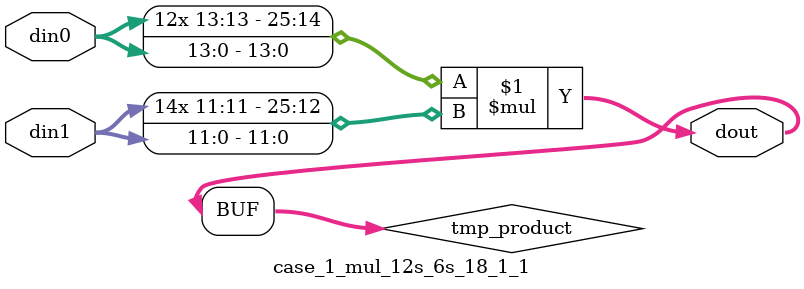
<source format=v>

`timescale 1 ns / 1 ps

 (* use_dsp = "no" *)  module case_1_mul_12s_6s_18_1_1(din0, din1, dout);
parameter ID = 1;
parameter NUM_STAGE = 0;
parameter din0_WIDTH = 14;
parameter din1_WIDTH = 12;
parameter dout_WIDTH = 26;

input [din0_WIDTH - 1 : 0] din0; 
input [din1_WIDTH - 1 : 0] din1; 
output [dout_WIDTH - 1 : 0] dout;

wire signed [dout_WIDTH - 1 : 0] tmp_product;



























assign tmp_product = $signed(din0) * $signed(din1);








assign dout = tmp_product;





















endmodule

</source>
